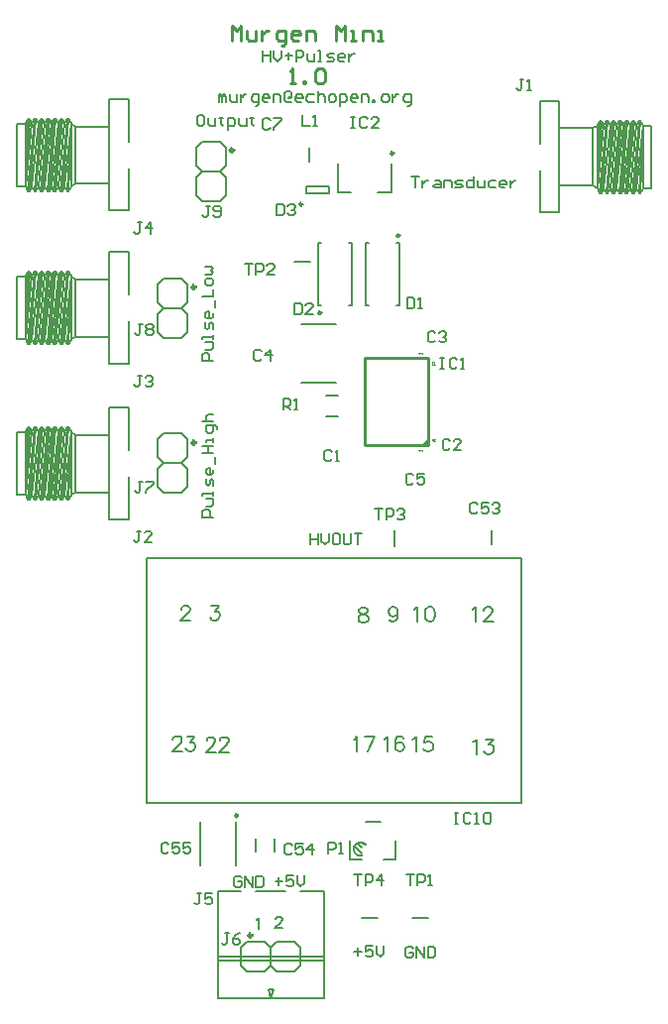
<source format=gto>
G04 Layer_Color=65535*
%FSLAX23Y23*%
%MOIN*%
G70*
G01*
G75*
%ADD30C,0.010*%
%ADD52C,0.012*%
%ADD53C,0.010*%
%ADD54C,0.008*%
%ADD55C,0.007*%
%ADD56C,0.006*%
%ADD57C,0.004*%
%ADD58C,0.005*%
D30*
X1001Y1791D02*
X1020Y1811D01*
Y1791D02*
Y2086D01*
X804Y1791D02*
X1020D01*
X804D02*
Y2086D01*
X1020D01*
X555Y3008D02*
X572D01*
X563D01*
Y3058D01*
X555Y3050D01*
X597Y3008D02*
Y3016D01*
X605D01*
Y3008D01*
X597D01*
X638Y3050D02*
X647Y3058D01*
X663D01*
X672Y3050D01*
Y3016D01*
X663Y3008D01*
X647D01*
X638Y3016D01*
Y3050D01*
X357Y3154D02*
Y3204D01*
X374Y3187D01*
X390Y3204D01*
Y3154D01*
X407Y3187D02*
Y3162D01*
X415Y3154D01*
X440D01*
Y3187D01*
X457D02*
Y3154D01*
Y3171D01*
X465Y3179D01*
X474Y3187D01*
X482D01*
X524Y3137D02*
X532D01*
X540Y3146D01*
Y3187D01*
X515D01*
X507Y3179D01*
Y3162D01*
X515Y3154D01*
X540D01*
X582D02*
X565D01*
X557Y3162D01*
Y3179D01*
X565Y3187D01*
X582D01*
X590Y3179D01*
Y3171D01*
X557D01*
X607Y3154D02*
Y3187D01*
X632D01*
X640Y3179D01*
Y3154D01*
X707D02*
Y3204D01*
X724Y3187D01*
X740Y3204D01*
Y3154D01*
X757D02*
X774D01*
X765D01*
Y3187D01*
X757D01*
X799Y3154D02*
Y3187D01*
X824D01*
X832Y3179D01*
Y3154D01*
X849D02*
X865D01*
X857D01*
Y3187D01*
X849D01*
D52*
X426Y144D02*
G03*
X426Y144I-6J0D01*
G01*
X364Y2784D02*
G03*
X364Y2784I-6J0D01*
G01*
X236Y2324D02*
G03*
X236Y2324I-6J0D01*
G01*
Y1801D02*
G03*
X236Y1801I-6J0D01*
G01*
D53*
X923Y2497D02*
G03*
X923Y2497I-5J0D01*
G01*
X659Y2238D02*
G03*
X659Y2238I-5J0D01*
G01*
X902Y2774D02*
G03*
X902Y2774I-5J0D01*
G01*
X596Y2602D02*
G03*
X596Y2602I-5J0D01*
G01*
X378Y547D02*
G03*
X378Y547I-5J0D01*
G01*
D54*
X809Y449D02*
G03*
X796Y411I-18J-15D01*
G01*
X806Y449D02*
G03*
X796Y413I-16J-15D01*
G01*
X490Y43D02*
X510Y24D01*
X570D01*
X590Y43D01*
Y104D01*
X570Y124D02*
X590Y104D01*
X510Y124D02*
X570D01*
X490Y104D02*
X510Y124D01*
X390Y43D02*
Y104D01*
Y43D02*
X410Y24D01*
X470D01*
X490Y43D01*
Y104D01*
X470Y124D02*
X490Y104D01*
X410Y124D02*
X470D01*
X390Y104D02*
X410Y124D01*
X238Y2694D02*
X258Y2714D01*
X238Y2634D02*
Y2694D01*
Y2634D02*
X258Y2614D01*
X318D01*
X338Y2634D01*
Y2694D01*
X318Y2714D02*
X338Y2694D01*
X258Y2814D02*
X318D01*
X238Y2794D02*
X258Y2814D01*
X238Y2734D02*
Y2794D01*
Y2734D02*
X258Y2714D01*
X318D01*
X338Y2734D01*
Y2794D01*
X318Y2814D02*
X338Y2794D01*
X110Y2234D02*
X129Y2254D01*
X110Y2173D02*
Y2234D01*
Y2173D02*
X129Y2154D01*
X190D01*
X210Y2173D01*
Y2234D01*
X190Y2254D02*
X210Y2234D01*
X129Y2354D02*
X190D01*
X110Y2334D02*
X129Y2354D01*
X110Y2273D02*
Y2334D01*
Y2273D02*
X129Y2254D01*
X190D01*
X210Y2273D01*
Y2334D01*
X190Y2354D02*
X210Y2334D01*
X110Y1711D02*
X129Y1731D01*
X110Y1651D02*
Y1711D01*
Y1651D02*
X129Y1631D01*
X190D01*
X210Y1651D01*
Y1711D01*
X190Y1731D02*
X210Y1711D01*
X129Y1831D02*
X190D01*
X110Y1811D02*
X129Y1831D01*
X110Y1751D02*
Y1811D01*
Y1751D02*
X129Y1731D01*
X190D01*
X210Y1751D01*
Y1811D01*
X190Y1831D02*
X210Y1811D01*
X312Y294D02*
X390D01*
X667Y-68D02*
Y294D01*
X312Y-68D02*
X667D01*
X312D02*
Y294D01*
Y74D02*
X667D01*
X312Y58D02*
X667D01*
X481Y-38D02*
X497D01*
X489Y-68D02*
X497Y-38D01*
X481D02*
X489Y-68D01*
X439Y294D02*
X540D01*
X589D02*
X667D01*
X795Y203D02*
X849D01*
X592Y2198D02*
X710D01*
X592Y2001D02*
X710D01*
X809Y2263D02*
X820D01*
X809Y2472D02*
X820D01*
X912Y2263D02*
X923D01*
X912Y2472D02*
X923D01*
X809Y2263D02*
Y2472D01*
X923Y2263D02*
Y2472D01*
X752Y2472D02*
X763D01*
X752Y2263D02*
X763D01*
X649Y2472D02*
X660D01*
X649Y2263D02*
X660D01*
X763D02*
Y2472D01*
X649Y2263D02*
Y2472D01*
X894Y2642D02*
Y2740D01*
X716Y2642D02*
Y2740D01*
X850Y2642D02*
X894D01*
X716D02*
X760D01*
X1459Y2575D02*
Y2949D01*
X1394Y2575D02*
Y2717D01*
X1572Y2666D02*
X1587Y2657D01*
Y2655D02*
X1595Y2640D01*
X1601D01*
X1609Y2655D01*
X1617Y2640D01*
X1623D01*
X1631Y2655D01*
X1639Y2640D01*
X1645D01*
X1653Y2655D01*
X1661Y2640D01*
X1667D01*
X1675Y2655D01*
X1683Y2640D01*
X1689D01*
X1697Y2655D01*
X1705Y2640D01*
X1711D01*
X1719Y2655D01*
X1728Y2640D01*
X1733D01*
X1741Y2655D01*
Y2867D01*
X1733Y2884D02*
X1741Y2867D01*
X1728Y2884D02*
X1733D01*
X1719Y2869D02*
X1728Y2884D01*
X1711D02*
X1719Y2869D01*
X1705Y2884D02*
X1711D01*
X1697Y2869D02*
X1705Y2884D01*
X1689D02*
X1697Y2869D01*
X1683Y2884D02*
X1689D01*
X1675Y2869D02*
X1683Y2884D01*
X1667D02*
X1675Y2869D01*
X1661Y2884D02*
X1667D01*
X1653Y2869D02*
X1661Y2884D01*
X1645D02*
X1653Y2869D01*
X1639Y2884D02*
X1645D01*
X1631Y2869D02*
X1639Y2884D01*
X1623D02*
X1631Y2869D01*
X1617Y2884D02*
X1623D01*
X1609Y2869D02*
X1617Y2884D01*
X1601D02*
X1609Y2869D01*
X1595Y2884D02*
X1601D01*
X1587Y2869D02*
X1595Y2884D01*
X1587Y2655D02*
Y2869D01*
X1572Y2859D02*
X1587Y2867D01*
X1572Y2666D02*
Y2859D01*
X1459Y2666D02*
X1572D01*
X1741Y2657D02*
X1769D01*
Y2867D01*
X1741D02*
X1769D01*
X1459Y2859D02*
X1572D01*
X1595Y2640D02*
X1617Y2884D01*
X1601Y2640D02*
X1623Y2884D01*
X1609Y2655D02*
X1631Y2869D01*
X1587Y2655D02*
X1609Y2869D01*
X1587Y2657D02*
X1595Y2884D01*
X1587Y2655D02*
X1601Y2884D01*
X1617Y2640D02*
X1639Y2884D01*
X1623Y2640D02*
X1645Y2884D01*
X1631Y2655D02*
X1653Y2869D01*
X1639Y2640D02*
X1661Y2884D01*
X1645Y2640D02*
X1667Y2884D01*
X1653Y2655D02*
X1675Y2869D01*
X1661Y2640D02*
X1683Y2884D01*
X1667Y2640D02*
X1689Y2884D01*
X1675Y2655D02*
X1697Y2869D01*
X1683Y2640D02*
X1705Y2884D01*
X1689Y2640D02*
X1711Y2884D01*
X1697Y2655D02*
X1719Y2869D01*
X1705Y2640D02*
X1728Y2884D01*
X1711Y2640D02*
X1733Y2884D01*
X1719Y2655D02*
X1741Y2867D01*
X1728Y2640D02*
X1741Y2867D01*
X1733Y2640D02*
X1741Y2867D01*
X1394Y2575D02*
X1459D01*
X1394Y2949D02*
X1459D01*
X1394Y2807D02*
Y2949D01*
X756Y399D02*
X796D01*
X781Y453D02*
X796Y439D01*
X771Y443D02*
X796Y418D01*
X807Y525D02*
X859D01*
X756Y399D02*
Y463D01*
X870Y399D02*
X910D01*
Y463D01*
X1231Y1459D02*
Y1505D01*
X1332Y588D02*
Y1414D01*
X73D02*
X1332D01*
X73Y588D02*
Y1414D01*
Y588D02*
X1332D01*
X617Y2745D02*
Y2792D01*
X567Y2409D02*
X621D01*
X685Y2640D02*
Y2662D01*
X607D02*
X685D01*
X607Y2640D02*
Y2662D01*
Y2640D02*
X685D01*
X674Y1888D02*
X714D01*
X674Y1958D02*
X714D01*
X501Y425D02*
Y469D01*
X438Y425D02*
Y469D01*
X371Y380D02*
Y526D01*
X253Y380D02*
Y526D01*
X11Y2581D02*
Y2723D01*
X-54Y2581D02*
X11D01*
X-54Y2955D02*
X11D01*
X-336Y2663D02*
X-328Y2890D01*
X-336Y2663D02*
X-323Y2890D01*
X-336Y2663D02*
X-314Y2875D01*
X-328Y2646D02*
X-306Y2890D01*
X-323Y2646D02*
X-300Y2890D01*
X-314Y2661D02*
X-292Y2875D01*
X-306Y2646D02*
X-284Y2890D01*
X-300Y2646D02*
X-278Y2890D01*
X-292Y2661D02*
X-270Y2875D01*
X-284Y2646D02*
X-262Y2890D01*
X-278Y2646D02*
X-256Y2890D01*
X-270Y2661D02*
X-248Y2875D01*
X-262Y2646D02*
X-240Y2890D01*
X-256Y2646D02*
X-234Y2890D01*
X-248Y2661D02*
X-226Y2875D01*
X-240Y2646D02*
X-218Y2890D01*
X-234Y2646D02*
X-212Y2890D01*
X-196Y2646D02*
X-182Y2875D01*
X-190Y2646D02*
X-182Y2873D01*
X-204Y2661D02*
X-182Y2875D01*
X-226Y2661D02*
X-204Y2875D01*
X-218Y2646D02*
X-196Y2890D01*
X-212Y2646D02*
X-190Y2890D01*
X-167Y2671D02*
X-54D01*
X-364Y2663D02*
X-336D01*
X-364D02*
Y2873D01*
X-336D01*
X-167Y2864D02*
X-54D01*
X-167Y2671D02*
Y2864D01*
X-182Y2663D02*
X-167Y2671D01*
X-182Y2661D02*
Y2875D01*
X-190Y2646D02*
X-182Y2661D01*
X-196Y2646D02*
X-190D01*
X-204Y2661D02*
X-196Y2646D01*
X-212D02*
X-204Y2661D01*
X-218Y2646D02*
X-212D01*
X-226Y2661D02*
X-218Y2646D01*
X-234D02*
X-226Y2661D01*
X-240Y2646D02*
X-234D01*
X-248Y2661D02*
X-240Y2646D01*
X-256D02*
X-248Y2661D01*
X-262Y2646D02*
X-256D01*
X-270Y2661D02*
X-262Y2646D01*
X-278D02*
X-270Y2661D01*
X-284Y2646D02*
X-278D01*
X-292Y2661D02*
X-284Y2646D01*
X-300D02*
X-292Y2661D01*
X-306Y2646D02*
X-300D01*
X-314Y2661D02*
X-306Y2646D01*
X-323D02*
X-314Y2661D01*
X-328Y2646D02*
X-323D01*
X-336Y2663D02*
X-328Y2646D01*
X-336Y2663D02*
Y2875D01*
X-328Y2890D01*
X-323D01*
X-314Y2875D01*
X-306Y2890D01*
X-300D01*
X-292Y2875D01*
X-284Y2890D01*
X-278D01*
X-270Y2875D01*
X-262Y2890D01*
X-256D01*
X-248Y2875D01*
X-240Y2890D01*
X-234D01*
X-226Y2875D01*
X-218Y2890D01*
X-212D01*
X-204Y2875D01*
X-196Y2890D01*
X-190D01*
X-182Y2875D01*
Y2873D02*
X-167Y2864D01*
X11Y2813D02*
Y2955D01*
X-54Y2581D02*
Y2955D01*
X11Y2067D02*
Y2209D01*
X-54Y2067D02*
X11D01*
X-54Y2441D02*
X11D01*
X-336Y2149D02*
X-328Y2376D01*
X-336Y2149D02*
X-323Y2376D01*
X-336Y2149D02*
X-314Y2361D01*
X-328Y2132D02*
X-306Y2376D01*
X-323Y2132D02*
X-300Y2376D01*
X-314Y2147D02*
X-292Y2361D01*
X-306Y2132D02*
X-284Y2376D01*
X-300Y2132D02*
X-278Y2376D01*
X-292Y2147D02*
X-270Y2361D01*
X-284Y2132D02*
X-262Y2376D01*
X-278Y2132D02*
X-256Y2376D01*
X-270Y2147D02*
X-248Y2361D01*
X-262Y2132D02*
X-240Y2376D01*
X-256Y2132D02*
X-234Y2376D01*
X-248Y2147D02*
X-226Y2361D01*
X-240Y2132D02*
X-218Y2376D01*
X-234Y2132D02*
X-212Y2376D01*
X-196Y2132D02*
X-182Y2361D01*
X-190Y2132D02*
X-182Y2359D01*
X-204Y2147D02*
X-182Y2361D01*
X-226Y2147D02*
X-204Y2361D01*
X-218Y2132D02*
X-196Y2376D01*
X-212Y2132D02*
X-190Y2376D01*
X-167Y2157D02*
X-54D01*
X-364Y2149D02*
X-336D01*
X-364D02*
Y2359D01*
X-336D01*
X-167Y2350D02*
X-54D01*
X-167Y2157D02*
Y2350D01*
X-182Y2149D02*
X-167Y2157D01*
X-182Y2147D02*
Y2361D01*
X-190Y2132D02*
X-182Y2147D01*
X-196Y2132D02*
X-190D01*
X-204Y2147D02*
X-196Y2132D01*
X-212D02*
X-204Y2147D01*
X-218Y2132D02*
X-212D01*
X-226Y2147D02*
X-218Y2132D01*
X-234D02*
X-226Y2147D01*
X-240Y2132D02*
X-234D01*
X-248Y2147D02*
X-240Y2132D01*
X-256D02*
X-248Y2147D01*
X-262Y2132D02*
X-256D01*
X-270Y2147D02*
X-262Y2132D01*
X-278D02*
X-270Y2147D01*
X-284Y2132D02*
X-278D01*
X-292Y2147D02*
X-284Y2132D01*
X-300D02*
X-292Y2147D01*
X-306Y2132D02*
X-300D01*
X-314Y2147D02*
X-306Y2132D01*
X-323D02*
X-314Y2147D01*
X-328Y2132D02*
X-323D01*
X-336Y2149D02*
X-328Y2132D01*
X-336Y2149D02*
Y2361D01*
X-328Y2376D01*
X-323D01*
X-314Y2361D01*
X-306Y2376D01*
X-300D01*
X-292Y2361D01*
X-284Y2376D01*
X-278D01*
X-270Y2361D01*
X-262Y2376D01*
X-256D01*
X-248Y2361D01*
X-240Y2376D01*
X-234D01*
X-226Y2361D01*
X-218Y2376D01*
X-212D01*
X-204Y2361D01*
X-196Y2376D01*
X-190D01*
X-182Y2361D01*
Y2359D02*
X-167Y2350D01*
X11Y2299D02*
Y2441D01*
X-54Y2067D02*
Y2441D01*
X11Y1544D02*
Y1686D01*
X-54Y1544D02*
X11D01*
X-54Y1918D02*
X11D01*
X-336Y1626D02*
X-328Y1853D01*
X-336Y1626D02*
X-323Y1853D01*
X-336Y1626D02*
X-314Y1838D01*
X-328Y1609D02*
X-306Y1853D01*
X-323Y1609D02*
X-300Y1853D01*
X-314Y1624D02*
X-292Y1838D01*
X-306Y1609D02*
X-284Y1853D01*
X-300Y1609D02*
X-278Y1853D01*
X-292Y1624D02*
X-270Y1838D01*
X-284Y1609D02*
X-262Y1853D01*
X-278Y1609D02*
X-256Y1853D01*
X-270Y1624D02*
X-248Y1838D01*
X-262Y1609D02*
X-240Y1853D01*
X-256Y1609D02*
X-234Y1853D01*
X-248Y1624D02*
X-226Y1838D01*
X-240Y1609D02*
X-218Y1853D01*
X-234Y1609D02*
X-212Y1853D01*
X-196Y1609D02*
X-182Y1838D01*
X-190Y1609D02*
X-182Y1836D01*
X-204Y1624D02*
X-182Y1838D01*
X-226Y1624D02*
X-204Y1838D01*
X-218Y1609D02*
X-196Y1853D01*
X-212Y1609D02*
X-190Y1853D01*
X-167Y1634D02*
X-54D01*
X-364Y1626D02*
X-336D01*
X-364D02*
Y1836D01*
X-336D01*
X-167Y1827D02*
X-54D01*
X-167Y1634D02*
Y1827D01*
X-182Y1626D02*
X-167Y1634D01*
X-182Y1624D02*
Y1838D01*
X-190Y1609D02*
X-182Y1624D01*
X-196Y1609D02*
X-190D01*
X-204Y1624D02*
X-196Y1609D01*
X-212D02*
X-204Y1624D01*
X-218Y1609D02*
X-212D01*
X-226Y1624D02*
X-218Y1609D01*
X-234D02*
X-226Y1624D01*
X-240Y1609D02*
X-234D01*
X-248Y1624D02*
X-240Y1609D01*
X-256D02*
X-248Y1624D01*
X-262Y1609D02*
X-256D01*
X-270Y1624D02*
X-262Y1609D01*
X-278D02*
X-270Y1624D01*
X-284Y1609D02*
X-278D01*
X-292Y1624D02*
X-284Y1609D01*
X-300D02*
X-292Y1624D01*
X-306Y1609D02*
X-300D01*
X-314Y1624D02*
X-306Y1609D01*
X-323D02*
X-314Y1624D01*
X-328Y1609D02*
X-323D01*
X-336Y1626D02*
X-328Y1609D01*
X-336Y1626D02*
Y1838D01*
X-328Y1853D01*
X-323D01*
X-314Y1838D01*
X-306Y1853D01*
X-300D01*
X-292Y1838D01*
X-284Y1853D01*
X-278D01*
X-270Y1838D01*
X-262Y1853D01*
X-256D01*
X-248Y1838D01*
X-240Y1853D01*
X-234D01*
X-226Y1838D01*
X-218Y1853D01*
X-212D01*
X-204Y1838D01*
X-196Y1853D01*
X-190D01*
X-182Y1838D01*
Y1836D02*
X-167Y1827D01*
X11Y1776D02*
Y1918D01*
X-54Y1544D02*
Y1918D01*
X906Y1453D02*
Y1507D01*
X964Y203D02*
X1018D01*
D55*
X349Y151D02*
X336D01*
X343D01*
Y120D01*
X336Y114D01*
X330D01*
X324Y120D01*
X386Y151D02*
X373Y145D01*
X361Y132D01*
Y120D01*
X367Y114D01*
X380D01*
X386Y120D01*
Y126D01*
X380Y132D01*
X361D01*
X284Y2597D02*
X271D01*
X277D01*
Y2566D01*
X271Y2560D01*
X265D01*
X259Y2566D01*
X296D02*
X302Y2560D01*
X314D01*
X321Y2566D01*
Y2591D01*
X314Y2597D01*
X302D01*
X296Y2591D01*
Y2585D01*
X302Y2578D01*
X321D01*
X57Y2200D02*
X44D01*
X50D01*
Y2169D01*
X44Y2163D01*
X38D01*
X32Y2169D01*
X69Y2194D02*
X75Y2200D01*
X87D01*
X94Y2194D01*
Y2188D01*
X87Y2181D01*
X94Y2175D01*
Y2169D01*
X87Y2163D01*
X75D01*
X69Y2169D01*
Y2175D01*
X75Y2181D01*
X69Y2188D01*
Y2194D01*
X75Y2181D02*
X87D01*
X57Y1670D02*
X44D01*
X50D01*
Y1639D01*
X44Y1633D01*
X38D01*
X32Y1639D01*
X69Y1670D02*
X94D01*
Y1664D01*
X69Y1639D01*
Y1633D01*
X770Y349D02*
X794D01*
X782D01*
Y312D01*
X807D02*
Y349D01*
X825D01*
X831Y343D01*
Y330D01*
X825Y324D01*
X807D01*
X862Y312D02*
Y349D01*
X844Y330D01*
X868D01*
X770Y89D02*
X795D01*
X783Y102D02*
Y77D01*
X832Y108D02*
X807D01*
Y89D01*
X820Y96D01*
X826D01*
X832Y89D01*
Y77D01*
X826Y71D01*
X814D01*
X807Y77D01*
X844Y108D02*
Y83D01*
X857Y71D01*
X869Y83D01*
Y108D01*
X840Y1578D02*
X865D01*
X852D01*
Y1541D01*
X877D02*
Y1578D01*
X895D01*
X902Y1572D01*
Y1559D01*
X895Y1553D01*
X877D01*
X914Y1572D02*
X920Y1578D01*
X932D01*
X939Y1572D01*
Y1566D01*
X932Y1559D01*
X926D01*
X932D01*
X939Y1553D01*
Y1547D01*
X932Y1541D01*
X920D01*
X914Y1547D01*
X55Y2541D02*
X42D01*
X48D01*
Y2510D01*
X42Y2504D01*
X36D01*
X30Y2510D01*
X85Y2504D02*
Y2541D01*
X67Y2522D01*
X92D01*
X55Y2026D02*
X42D01*
X48D01*
Y1995D01*
X42Y1989D01*
X36D01*
X30Y1995D01*
X67Y2020D02*
X73Y2026D01*
X85D01*
X92Y2020D01*
Y2014D01*
X85Y2007D01*
X79D01*
X85D01*
X92Y2001D01*
Y1995D01*
X85Y1989D01*
X73D01*
X67Y1995D01*
X53Y1504D02*
X40D01*
X46D01*
Y1473D01*
X40Y1467D01*
X34D01*
X28Y1473D01*
X90Y1467D02*
X65D01*
X90Y1492D01*
Y1498D01*
X83Y1504D01*
X71D01*
X65Y1498D01*
X946Y348D02*
X971D01*
X958D01*
Y311D01*
X983D02*
Y348D01*
X1001D01*
X1008Y342D01*
Y329D01*
X1001Y323D01*
X983D01*
X1020Y311D02*
X1032D01*
X1026D01*
Y348D01*
X1020Y342D01*
X487Y2885D02*
X480Y2891D01*
X468D01*
X462Y2885D01*
Y2860D01*
X468Y2854D01*
X480D01*
X487Y2860D01*
X499Y2891D02*
X524D01*
Y2885D01*
X499Y2860D01*
Y2854D01*
X695Y1770D02*
X688Y1776D01*
X676D01*
X670Y1770D01*
Y1745D01*
X676Y1739D01*
X688D01*
X695Y1745D01*
X707Y1739D02*
X719D01*
X713D01*
Y1776D01*
X707Y1770D01*
X1092Y1807D02*
X1085Y1813D01*
X1073D01*
X1067Y1807D01*
Y1783D01*
X1073Y1776D01*
X1085D01*
X1092Y1783D01*
X1129Y1776D02*
X1104D01*
X1129Y1801D01*
Y1807D01*
X1122Y1813D01*
X1110D01*
X1104Y1807D01*
X1043Y2169D02*
X1036Y2175D01*
X1024D01*
X1018Y2169D01*
Y2144D01*
X1024Y2138D01*
X1036D01*
X1043Y2144D01*
X1055Y2169D02*
X1061Y2175D01*
X1073D01*
X1080Y2169D01*
Y2163D01*
X1073Y2156D01*
X1067D01*
X1073D01*
X1080Y2150D01*
Y2144D01*
X1073Y2138D01*
X1061D01*
X1055Y2144D01*
X458Y2108D02*
X451Y2114D01*
X439D01*
X433Y2108D01*
Y2083D01*
X439Y2077D01*
X451D01*
X458Y2083D01*
X488Y2077D02*
Y2114D01*
X470Y2095D01*
X495D01*
X969Y1691D02*
X962Y1697D01*
X950D01*
X944Y1691D01*
Y1666D01*
X950Y1660D01*
X962D01*
X969Y1666D01*
X1006Y1697D02*
X981D01*
Y1678D01*
X993Y1685D01*
X999D01*
X1006Y1678D01*
Y1666D01*
X999Y1660D01*
X987D01*
X981Y1666D01*
X1185Y1593D02*
X1178Y1599D01*
X1166D01*
X1160Y1593D01*
Y1568D01*
X1166Y1562D01*
X1178D01*
X1185Y1568D01*
X1222Y1599D02*
X1197D01*
Y1580D01*
X1209Y1587D01*
X1215D01*
X1222Y1580D01*
Y1568D01*
X1215Y1562D01*
X1203D01*
X1197Y1568D01*
X1234Y1593D02*
X1240Y1599D01*
X1252D01*
X1259Y1593D01*
Y1587D01*
X1252Y1580D01*
X1246D01*
X1252D01*
X1259Y1574D01*
Y1568D01*
X1252Y1562D01*
X1240D01*
X1234Y1568D01*
X561Y447D02*
X555Y453D01*
X542D01*
X536Y447D01*
Y422D01*
X542Y416D01*
X555D01*
X561Y422D01*
X598Y453D02*
X573D01*
Y434D01*
X586Y441D01*
X592D01*
X598Y434D01*
Y422D01*
X592Y416D01*
X579D01*
X573Y422D01*
X629Y416D02*
Y453D01*
X610Y434D01*
X635D01*
X948Y2288D02*
Y2251D01*
X966D01*
X973Y2257D01*
Y2282D01*
X966Y2288D01*
X948D01*
X985Y2251D02*
X997D01*
X991D01*
Y2288D01*
X985Y2282D01*
X569Y2270D02*
Y2233D01*
X587D01*
X594Y2239D01*
Y2264D01*
X587Y2270D01*
X569D01*
X631Y2233D02*
X606D01*
X631Y2258D01*
Y2264D01*
X624Y2270D01*
X612D01*
X606Y2264D01*
X509Y2603D02*
Y2566D01*
X527D01*
X534Y2572D01*
Y2597D01*
X527Y2603D01*
X509D01*
X546Y2597D02*
X552Y2603D01*
X564D01*
X571Y2597D01*
Y2591D01*
X564Y2584D01*
X558D01*
X564D01*
X571Y2578D01*
Y2572D01*
X564Y2566D01*
X552D01*
X546Y2572D01*
X1060Y2086D02*
X1072D01*
X1066D01*
Y2049D01*
X1060D01*
X1072D01*
X1115Y2080D02*
X1109Y2086D01*
X1097D01*
X1091Y2080D01*
Y2055D01*
X1097Y2049D01*
X1109D01*
X1115Y2055D01*
X1128Y2049D02*
X1140D01*
X1134D01*
Y2086D01*
X1128Y2080D01*
X759Y2896D02*
X771D01*
X765D01*
Y2859D01*
X759D01*
X771D01*
X814Y2889D02*
X808Y2896D01*
X796D01*
X790Y2889D01*
Y2865D01*
X796Y2859D01*
X808D01*
X814Y2865D01*
X851Y2859D02*
X827D01*
X851Y2883D01*
Y2889D01*
X845Y2896D01*
X833D01*
X827Y2889D01*
X1107Y557D02*
X1119D01*
X1113D01*
Y520D01*
X1107D01*
X1119D01*
X1162Y551D02*
X1156Y557D01*
X1144D01*
X1138Y551D01*
Y526D01*
X1144Y520D01*
X1156D01*
X1162Y526D01*
X1175Y520D02*
X1187D01*
X1181D01*
Y557D01*
X1175Y551D01*
X1206D02*
X1212Y557D01*
X1224D01*
X1230Y551D01*
Y526D01*
X1224Y520D01*
X1212D01*
X1206Y526D01*
Y551D01*
X1340Y3023D02*
X1327D01*
X1333D01*
Y2992D01*
X1327Y2986D01*
X1321D01*
X1315Y2992D01*
X1352Y2986D02*
X1364D01*
X1358D01*
Y3023D01*
X1352Y3017D01*
X596Y2902D02*
Y2865D01*
X621D01*
X633D02*
X646D01*
X639D01*
Y2902D01*
X633Y2896D01*
X682Y420D02*
Y457D01*
X700D01*
X707Y451D01*
Y438D01*
X700Y432D01*
X682D01*
X719Y420D02*
X731D01*
X725D01*
Y457D01*
X719Y451D01*
X531Y1912D02*
Y1949D01*
X549D01*
X556Y1943D01*
Y1930D01*
X549Y1924D01*
X531D01*
X543D02*
X556Y1912D01*
X568D02*
X580D01*
X574D01*
Y1949D01*
X568Y1943D01*
X402Y2402D02*
X427D01*
X414D01*
Y2365D01*
X439D02*
Y2402D01*
X457D01*
X464Y2396D01*
Y2383D01*
X457Y2377D01*
X439D01*
X501Y2365D02*
X476D01*
X501Y2389D01*
Y2396D01*
X494Y2402D01*
X482D01*
X476Y2396D01*
X146Y450D02*
X139Y456D01*
X127D01*
X121Y450D01*
Y425D01*
X127Y419D01*
X139D01*
X146Y425D01*
X183Y456D02*
X158D01*
Y437D01*
X170Y444D01*
X176D01*
X183Y437D01*
Y425D01*
X176Y419D01*
X164D01*
X158Y425D01*
X220Y456D02*
X195D01*
Y437D01*
X207Y444D01*
X213D01*
X220Y437D01*
Y425D01*
X213Y419D01*
X201D01*
X195Y425D01*
X256Y285D02*
X243D01*
X249D01*
Y254D01*
X243Y248D01*
X237D01*
X231Y254D01*
X293Y285D02*
X268D01*
Y266D01*
X280Y273D01*
X286D01*
X293Y266D01*
Y254D01*
X286Y248D01*
X274D01*
X268Y254D01*
X314Y2946D02*
Y2971D01*
X320D01*
X326Y2964D01*
Y2946D01*
Y2964D01*
X332Y2971D01*
X338Y2964D01*
Y2946D01*
X351Y2971D02*
Y2952D01*
X357Y2946D01*
X375D01*
Y2971D01*
X388D02*
Y2946D01*
Y2958D01*
X394Y2964D01*
X400Y2971D01*
X406D01*
X437Y2934D02*
X443D01*
X449Y2940D01*
Y2971D01*
X431D01*
X425Y2964D01*
Y2952D01*
X431Y2946D01*
X449D01*
X480D02*
X468D01*
X462Y2952D01*
Y2964D01*
X468Y2971D01*
X480D01*
X486Y2964D01*
Y2958D01*
X462D01*
X499Y2946D02*
Y2971D01*
X517D01*
X523Y2964D01*
Y2946D01*
X554Y2958D02*
Y2964D01*
X548D01*
Y2958D01*
X554D01*
X560Y2964D01*
Y2977D01*
X554Y2983D01*
X542D01*
X536Y2977D01*
Y2952D01*
X542Y2946D01*
X560D01*
X591D02*
X579D01*
X573Y2952D01*
Y2964D01*
X579Y2971D01*
X591D01*
X597Y2964D01*
Y2958D01*
X573D01*
X634Y2971D02*
X616D01*
X610Y2964D01*
Y2952D01*
X616Y2946D01*
X634D01*
X647Y2983D02*
Y2946D01*
Y2964D01*
X653Y2971D01*
X665D01*
X671Y2964D01*
Y2946D01*
X690D02*
X702D01*
X708Y2952D01*
Y2964D01*
X702Y2971D01*
X690D01*
X684Y2964D01*
Y2952D01*
X690Y2946D01*
X721Y2934D02*
Y2971D01*
X739D01*
X745Y2964D01*
Y2952D01*
X739Y2946D01*
X721D01*
X776D02*
X764D01*
X758Y2952D01*
Y2964D01*
X764Y2971D01*
X776D01*
X782Y2964D01*
Y2958D01*
X758D01*
X795Y2946D02*
Y2971D01*
X813D01*
X819Y2964D01*
Y2946D01*
X832D02*
Y2952D01*
X838D01*
Y2946D01*
X832D01*
X869D02*
X881D01*
X887Y2952D01*
Y2964D01*
X881Y2971D01*
X869D01*
X862Y2964D01*
Y2952D01*
X869Y2946D01*
X899Y2971D02*
Y2946D01*
Y2958D01*
X906Y2964D01*
X912Y2971D01*
X918D01*
X949Y2934D02*
X955D01*
X961Y2940D01*
Y2971D01*
X943D01*
X936Y2964D01*
Y2952D01*
X943Y2946D01*
X961D01*
X463Y3120D02*
Y3083D01*
Y3101D01*
X488D01*
Y3120D01*
Y3083D01*
X500Y3120D02*
Y3095D01*
X512Y3083D01*
X525Y3095D01*
Y3120D01*
X537Y3101D02*
X562D01*
X549Y3114D02*
Y3089D01*
X574Y3083D02*
Y3120D01*
X592D01*
X599Y3114D01*
Y3101D01*
X592Y3095D01*
X574D01*
X611Y3108D02*
Y3089D01*
X617Y3083D01*
X636D01*
Y3108D01*
X648Y3083D02*
X660D01*
X654D01*
Y3120D01*
X648D01*
X679Y3083D02*
X697D01*
X703Y3089D01*
X697Y3095D01*
X685D01*
X679Y3101D01*
X685Y3108D01*
X703D01*
X734Y3083D02*
X722D01*
X716Y3089D01*
Y3101D01*
X722Y3108D01*
X734D01*
X740Y3101D01*
Y3095D01*
X716D01*
X753Y3108D02*
Y3083D01*
Y3095D01*
X759Y3101D01*
X765Y3108D01*
X771D01*
X259Y2903D02*
X247D01*
X241Y2897D01*
Y2872D01*
X247Y2866D01*
X259D01*
X266Y2872D01*
Y2897D01*
X259Y2903D01*
X278Y2891D02*
Y2872D01*
X284Y2866D01*
X303D01*
Y2891D01*
X321Y2897D02*
Y2891D01*
X315D01*
X327D01*
X321D01*
Y2872D01*
X327Y2866D01*
X346Y2854D02*
Y2891D01*
X364D01*
X370Y2884D01*
Y2872D01*
X364Y2866D01*
X346D01*
X383Y2891D02*
Y2872D01*
X389Y2866D01*
X407D01*
Y2891D01*
X426Y2897D02*
Y2891D01*
X420D01*
X432D01*
X426D01*
Y2872D01*
X432Y2866D01*
X962Y2695D02*
X987D01*
X974D01*
Y2658D01*
X999Y2683D02*
Y2658D01*
Y2670D01*
X1005Y2676D01*
X1011Y2683D01*
X1017D01*
X1042D02*
X1054D01*
X1061Y2676D01*
Y2658D01*
X1042D01*
X1036Y2664D01*
X1042Y2670D01*
X1061D01*
X1073Y2658D02*
Y2683D01*
X1091D01*
X1098Y2676D01*
Y2658D01*
X1110D02*
X1128D01*
X1135Y2664D01*
X1128Y2670D01*
X1116D01*
X1110Y2676D01*
X1116Y2683D01*
X1135D01*
X1172Y2695D02*
Y2658D01*
X1153D01*
X1147Y2664D01*
Y2676D01*
X1153Y2683D01*
X1172D01*
X1184D02*
Y2664D01*
X1190Y2658D01*
X1209D01*
Y2683D01*
X1246D02*
X1227D01*
X1221Y2676D01*
Y2664D01*
X1227Y2658D01*
X1246D01*
X1276D02*
X1264D01*
X1258Y2664D01*
Y2676D01*
X1264Y2683D01*
X1276D01*
X1283Y2676D01*
Y2670D01*
X1258D01*
X1295Y2683D02*
Y2658D01*
Y2670D01*
X1301Y2676D01*
X1307Y2683D01*
X1313D01*
X296Y1550D02*
X259D01*
Y1568D01*
X265Y1575D01*
X278D01*
X284Y1568D01*
Y1550D01*
X271Y1587D02*
X290D01*
X296Y1593D01*
Y1612D01*
X271D01*
X296Y1624D02*
Y1636D01*
Y1630D01*
X259D01*
Y1624D01*
X296Y1655D02*
Y1673D01*
X290Y1679D01*
X284Y1673D01*
Y1661D01*
X278Y1655D01*
X271Y1661D01*
Y1679D01*
X296Y1710D02*
Y1698D01*
X290Y1692D01*
X278D01*
X271Y1698D01*
Y1710D01*
X278Y1716D01*
X284D01*
Y1692D01*
X302Y1729D02*
Y1753D01*
X259Y1766D02*
X296D01*
X278D01*
Y1790D01*
X259D01*
X296D01*
Y1803D02*
Y1815D01*
Y1809D01*
X271D01*
Y1803D01*
X308Y1846D02*
Y1852D01*
X302Y1858D01*
X271D01*
Y1840D01*
X278Y1834D01*
X290D01*
X296Y1840D01*
Y1858D01*
X259Y1871D02*
X296D01*
X278D01*
X271Y1877D01*
Y1889D01*
X278Y1895D01*
X296D01*
X295Y2076D02*
X258D01*
Y2095D01*
X264Y2101D01*
X276D01*
X283Y2095D01*
Y2076D01*
X270Y2113D02*
X289D01*
X295Y2119D01*
Y2138D01*
X270D01*
X295Y2150D02*
Y2163D01*
Y2156D01*
X258D01*
Y2150D01*
X295Y2181D02*
Y2200D01*
X289Y2206D01*
X283Y2200D01*
Y2187D01*
X276Y2181D01*
X270Y2187D01*
Y2206D01*
X295Y2237D02*
Y2224D01*
X289Y2218D01*
X276D01*
X270Y2224D01*
Y2237D01*
X276Y2243D01*
X283D01*
Y2218D01*
X301Y2255D02*
Y2280D01*
X258Y2292D02*
X295D01*
Y2317D01*
Y2335D02*
Y2348D01*
X289Y2354D01*
X276D01*
X270Y2348D01*
Y2335D01*
X276Y2329D01*
X289D01*
X295Y2335D01*
X270Y2366D02*
X289D01*
X295Y2372D01*
X289Y2378D01*
X295Y2385D01*
X289Y2391D01*
X270D01*
X968Y100D02*
X961Y106D01*
X949D01*
X943Y100D01*
Y75D01*
X949Y69D01*
X961D01*
X968Y75D01*
Y87D01*
X955D01*
X980Y69D02*
Y106D01*
X1005Y69D01*
Y106D01*
X1017D02*
Y69D01*
X1035D01*
X1042Y75D01*
Y100D01*
X1035Y106D01*
X1017D01*
X623Y1495D02*
Y1458D01*
Y1476D01*
X648D01*
Y1495D01*
Y1458D01*
X660Y1495D02*
Y1470D01*
X672Y1458D01*
X685Y1470D01*
Y1495D01*
X715D02*
X703D01*
X697Y1489D01*
Y1464D01*
X703Y1458D01*
X715D01*
X722Y1464D01*
Y1489D01*
X715Y1495D01*
X734D02*
Y1464D01*
X740Y1458D01*
X752D01*
X759Y1464D01*
Y1495D01*
X771D02*
X796D01*
X783D01*
Y1458D01*
X504Y326D02*
X529D01*
X516Y339D02*
Y314D01*
X566Y345D02*
X541D01*
Y326D01*
X553Y333D01*
X559D01*
X566Y326D01*
Y314D01*
X559Y308D01*
X547D01*
X541Y314D01*
X578Y345D02*
Y320D01*
X590Y308D01*
X603Y320D01*
Y345D01*
X391Y338D02*
X384Y344D01*
X372D01*
X366Y338D01*
Y313D01*
X372Y307D01*
X384D01*
X391Y313D01*
Y325D01*
X378D01*
X403Y307D02*
Y344D01*
X428Y307D01*
Y344D01*
X440D02*
Y307D01*
X458D01*
X465Y313D01*
Y338D01*
X458Y344D01*
X440D01*
D56*
X505Y198D02*
Y200D01*
X507Y204D01*
X509Y205D01*
X512Y207D01*
X520D01*
X524Y205D01*
X525Y204D01*
X527Y200D01*
Y196D01*
X525Y192D01*
X522Y187D01*
X503Y168D01*
X529D01*
X441Y197D02*
X445Y199D01*
X450Y204D01*
Y165D01*
D57*
X1043Y2063D02*
X1031D01*
Y2069D01*
X1033Y2071D01*
X1037D01*
X1039Y2069D01*
Y2063D01*
X997Y2100D02*
Y2104D01*
Y2102D01*
X985D01*
X987Y2100D01*
X997Y1773D02*
Y1777D01*
Y1775D01*
X985D01*
X987Y1773D01*
X1043Y1807D02*
X1035D01*
X1031Y1811D01*
X1035Y1814D01*
X1043D01*
X1037D01*
Y1807D01*
D58*
X289Y1253D02*
X315D01*
X301Y1234D01*
X308D01*
X313Y1232D01*
X315Y1230D01*
X318Y1222D01*
Y1218D01*
X315Y1211D01*
X311Y1206D01*
X303Y1203D01*
X296D01*
X289Y1206D01*
X287Y1208D01*
X284Y1213D01*
X188Y1240D02*
Y1243D01*
X191Y1248D01*
X193Y1250D01*
X198Y1252D01*
X207D01*
X212Y1250D01*
X215Y1248D01*
X217Y1243D01*
Y1238D01*
X215Y1233D01*
X210Y1226D01*
X186Y1202D01*
X219D01*
X871Y804D02*
X875Y806D01*
X882Y813D01*
Y763D01*
X936Y806D02*
X933Y811D01*
X926Y813D01*
X922D01*
X914Y811D01*
X910Y804D01*
X907Y792D01*
Y780D01*
X910Y770D01*
X914Y766D01*
X922Y763D01*
X924D01*
X931Y766D01*
X936Y770D01*
X938Y777D01*
Y780D01*
X936Y787D01*
X931Y792D01*
X924Y794D01*
X922D01*
X914Y792D01*
X910Y787D01*
X907Y780D01*
X966Y803D02*
X971Y805D01*
X978Y812D01*
Y762D01*
X1031Y812D02*
X1007D01*
X1005Y791D01*
X1007Y793D01*
X1015Y796D01*
X1022D01*
X1029Y793D01*
X1034Y788D01*
X1036Y781D01*
Y777D01*
X1034Y769D01*
X1029Y765D01*
X1022Y762D01*
X1015D01*
X1007Y765D01*
X1005Y767D01*
X1003Y772D01*
X796Y1245D02*
X789Y1243D01*
X786Y1238D01*
Y1233D01*
X789Y1229D01*
X793Y1226D01*
X803Y1224D01*
X810Y1221D01*
X815Y1217D01*
X817Y1212D01*
Y1205D01*
X815Y1200D01*
X813Y1198D01*
X805Y1195D01*
X796D01*
X789Y1198D01*
X786Y1200D01*
X784Y1205D01*
Y1212D01*
X786Y1217D01*
X791Y1221D01*
X798Y1224D01*
X808Y1226D01*
X813Y1229D01*
X815Y1233D01*
Y1238D01*
X813Y1243D01*
X805Y1245D01*
X796D01*
X916Y1232D02*
X914Y1224D01*
X909Y1220D01*
X902Y1217D01*
X900D01*
X892Y1220D01*
X888Y1224D01*
X885Y1232D01*
Y1234D01*
X888Y1241D01*
X892Y1246D01*
X900Y1248D01*
X902D01*
X909Y1246D01*
X914Y1241D01*
X916Y1232D01*
Y1220D01*
X914Y1208D01*
X909Y1201D01*
X902Y1198D01*
X897D01*
X890Y1201D01*
X888Y1205D01*
X971Y1239D02*
X976Y1241D01*
X983Y1248D01*
Y1198D01*
X1022Y1248D02*
X1015Y1246D01*
X1010Y1239D01*
X1008Y1227D01*
Y1220D01*
X1010Y1208D01*
X1015Y1201D01*
X1022Y1198D01*
X1027D01*
X1034Y1201D01*
X1039Y1208D01*
X1041Y1220D01*
Y1227D01*
X1039Y1239D01*
X1034Y1246D01*
X1027Y1248D01*
X1022D01*
X1167Y1239D02*
X1172Y1241D01*
X1179Y1248D01*
Y1198D01*
X1206Y1236D02*
Y1239D01*
X1208Y1243D01*
X1211Y1246D01*
X1215Y1248D01*
X1225D01*
X1230Y1246D01*
X1232Y1243D01*
X1234Y1239D01*
Y1234D01*
X1232Y1229D01*
X1227Y1222D01*
X1204Y1198D01*
X1237D01*
X1170Y795D02*
X1175Y797D01*
X1182Y804D01*
Y754D01*
X1211Y804D02*
X1237D01*
X1223Y785D01*
X1230D01*
X1235Y783D01*
X1237Y781D01*
X1240Y773D01*
Y769D01*
X1237Y761D01*
X1233Y757D01*
X1225Y754D01*
X1218D01*
X1211Y757D01*
X1209Y759D01*
X1206Y764D01*
X768Y802D02*
X773Y804D01*
X780Y811D01*
Y761D01*
X838Y811D02*
X814Y761D01*
X805Y811D02*
X838D01*
X274Y798D02*
Y801D01*
X276Y805D01*
X278Y808D01*
X283Y810D01*
X293D01*
X297Y808D01*
X300Y805D01*
X302Y801D01*
Y796D01*
X300Y791D01*
X295Y784D01*
X271Y760D01*
X305D01*
X318Y798D02*
Y801D01*
X320Y805D01*
X323Y808D01*
X328Y810D01*
X337D01*
X342Y808D01*
X344Y805D01*
X347Y801D01*
Y796D01*
X344Y791D01*
X339Y784D01*
X316Y760D01*
X349D01*
X160Y801D02*
Y804D01*
X163Y808D01*
X165Y811D01*
X170Y813D01*
X179D01*
X184Y811D01*
X187Y808D01*
X189Y804D01*
Y799D01*
X187Y794D01*
X182Y787D01*
X158Y763D01*
X191D01*
X207Y813D02*
X233D01*
X219Y794D01*
X226D01*
X231Y792D01*
X233Y789D01*
X236Y782D01*
Y777D01*
X233Y770D01*
X229Y766D01*
X222Y763D01*
X214D01*
X207Y766D01*
X205Y768D01*
X203Y773D01*
M02*

</source>
